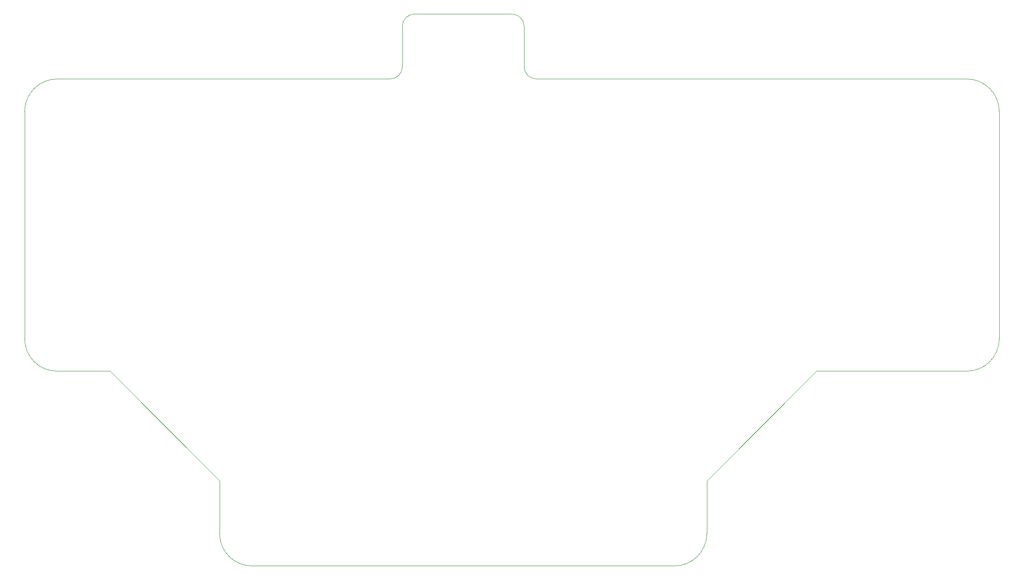
<source format=gm1>
%TF.GenerationSoftware,KiCad,Pcbnew,(6.0.9)*%
%TF.CreationDate,2023-02-21T23:51:28+05:30*%
%TF.ProjectId,Peridot Steno,50657269-646f-4742-9053-74656e6f2e6b,rev?*%
%TF.SameCoordinates,Original*%
%TF.FileFunction,Profile,NP*%
%FSLAX46Y46*%
G04 Gerber Fmt 4.6, Leading zero omitted, Abs format (unit mm)*
G04 Created by KiCad (PCBNEW (6.0.9)) date 2023-02-21 23:51:28*
%MOMM*%
%LPD*%
G01*
G04 APERTURE LIST*
%TA.AperFunction,Profile*%
%ADD10C,0.100000*%
%TD*%
G04 APERTURE END LIST*
D10*
X73818750Y-95250000D02*
X63500000Y-95250000D01*
X95250000Y-127000000D02*
G75*
G03*
X101600000Y-133350000I6350000J0D01*
G01*
X241300000Y-95250000D02*
X211931250Y-95250000D01*
X241300000Y-95250000D02*
G75*
G03*
X247650000Y-88900000I0J6350000D01*
G01*
X130968750Y-27781250D02*
X130968750Y-35718750D01*
X128587500Y-38099950D02*
G75*
G03*
X130968750Y-35718750I0J2381250D01*
G01*
X95250000Y-116681250D02*
X73818750Y-95250000D01*
X211931250Y-95250000D02*
X190500000Y-116681250D01*
X154781250Y-27781250D02*
X154781250Y-35718750D01*
X128587500Y-38100000D02*
X63500000Y-38100000D01*
X154781200Y-35718750D02*
G75*
G03*
X157162500Y-38100000I2381300J50D01*
G01*
X133350000Y-25400000D02*
X152400000Y-25400000D01*
X57150000Y-88900000D02*
G75*
G03*
X63500000Y-95250000I6350000J0D01*
G01*
X247650000Y-44450000D02*
X247650000Y-88900000D01*
X133350000Y-25399950D02*
G75*
G03*
X130968750Y-27781250I100J-2381350D01*
G01*
X57150000Y-88900000D02*
X57150000Y-44450000D01*
X247650000Y-44450000D02*
G75*
G03*
X241300000Y-38100000I-6350000J0D01*
G01*
X157162500Y-38100000D02*
X241300000Y-38100000D01*
X95250000Y-116681250D02*
X95250000Y-127000000D01*
X154781200Y-27781250D02*
G75*
G03*
X152400000Y-25400000I-2381200J50D01*
G01*
X190500000Y-127000000D02*
X190500000Y-116681250D01*
X184150000Y-133350000D02*
G75*
G03*
X190500000Y-127000000I0J6350000D01*
G01*
X101600000Y-133350000D02*
X184150000Y-133350000D01*
X63500000Y-38100000D02*
G75*
G03*
X57150000Y-44450000I0J-6350000D01*
G01*
M02*

</source>
